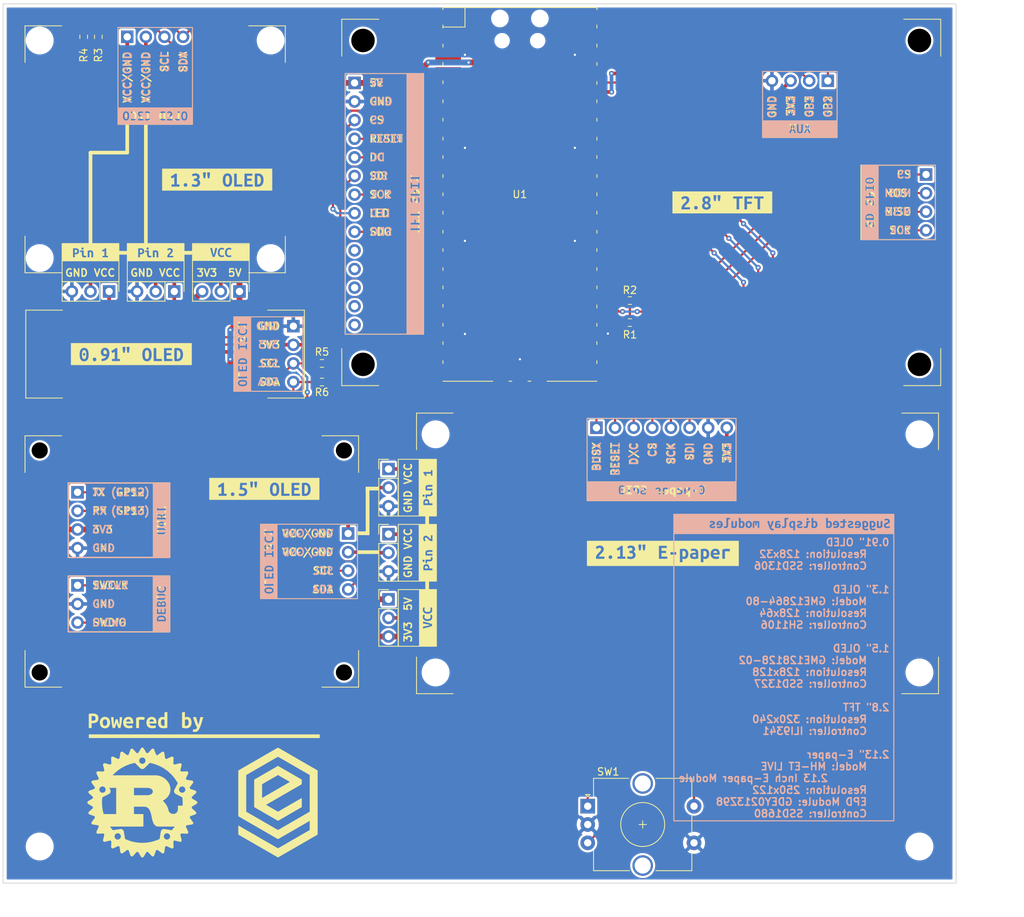
<source format=kicad_pcb>
(kicad_pcb (version 20211014) (generator pcbnew)
  (layers (0 "F.Cu" signal) (31 "B.Cu" signal) (34 "B.Paste" user) (35 "F.Paste" user) (36 "B.SilkS" user "B.Silkscreen") (37 "F.SilkS" user "F.Silkscreen") (38 "B.Mask" user) (39 "F.Mask" user) (44 "Edge.Cuts" user))
  (net 0 "")
  (net 6 "/ENCODER_A")
  (net 8 "/ENCODER_B")
  (net 9 "/ENCODER_SW")
  (net 13 "+3V3")
  (net 14 "GND")
  (net 15 "/EPD_SDI")
  (net 16 "/EPD_SCLK")
  (net 17 "/EPD_~{CS}")
  (net 18 "/EPD_D{slash}~{C}")
  (net 19 "/EPD_~{RESET}")
  (net 20 "/EPD_BUSY")
  (net 21 "/TFT_~{CS}")
  (net 22 "/TFT_~{RESET}")
  (net 23 "/TFT_D{slash}~{C}")
  (net 24 "/TFT_SDI")
  (net 25 "/TFT_SCK")
  (net 26 "/TFT_LED")
  (net 27 "/TFT_SDO")
  (net 28 "Net-(DS3-Pad1)")
  (net 29 "Net-(DS3-Pad2)")
  (net 30 "/I2C0_SCL")
  (net 31 "/I2C0_SDA")
  (net 32 "Net-(DS4-Pad1)")
  (net 33 "Net-(DS4-Pad2)")
  (net 34 "/I2C1_SCL")
  (net 35 "/I2C1_SDA")
  (net 36 "+5V")
  (net 37 "/SD_SCK")
  (net 38 "/SD_MISO")
  (net 39 "/SD_MOSI")
  (net 40 "/SD_~{CS}")
  (net 41 "/UART_TX")
  (net 42 "/UART_RX")
  (net 43 "/DEBUG_SWCLK")
  (net 44 "/DEBUG_SWDIO")
  (net 45 "/AUX_GP2")
  (net 46 "/AUX_GP3")
  (net 47 "Net-(JP1-Pad2)")
  (net 48 "Net-(JP4-Pad2)")
  (footprint "Connector_PinHeader_2.54mm:PinHeader_1x03_P2.54mm_Vertical" (layer "F.Cu") (at 132.25 69.25 -90)
    (fp_text reference "JP1" hide)
    (fp_text value "Jumper_3_Open")
  )
  (footprint "Resistor_SMD:R_0603_1608Metric" (layer "F.Cu") (at 143.5 79.07 180)
    (fp_text reference "R5")
    (fp_text value "DNP")
  )
  (footprint "Connector_PinHeader_2.54mm:PinHeader_1x03_P2.54mm_Vertical" (layer "F.Cu") (at 152.578 93.485)
    (fp_text reference "JP6" hide)
    (fp_text value "Jumper_3_Open")
  )
  (footprint "Resistor_SMD:R_0603_1608Metric" (layer "F.Cu") (at 111 34.5 90)
    (fp_text reference "R4")
    (fp_text value "DNP")
  )
  (footprint "hardware-bench:PinHeader_1x03_P2.54mm_Horizontal_Flipped" (layer "F.Cu") (at 110.16 109.36)
    (fp_text reference "J2" hide)
    (fp_text value "Conn_01x03_Male")
  )
  (footprint "Resistor_SMD:R_0603_1608Metric" (layer "F.Cu") (at 143.5 81.61 180)
    (fp_text reference "R6")
    (fp_text value "DNP")
  )
  (footprint "hardware-bench:Logo_E_G" (layer "F.Cu") (at 137.5 139)
    (fp_text reference "LOGO2" hide)
    (fp_text value "Logo_E_G")
  )
  (footprint "Connector_PinHeader_2.54mm:PinHeader_1x03_P2.54mm_Vertical" (layer "F.Cu") (at 114.47 69.25 -90)
    (fp_text reference "JP2" hide)
    (fp_text value "Jumper_3_Open")
  )
  (footprint "kibuzzard-636EB72B" (layer "F.Cu") (at 135.64 96.194)
    (fp_text reference "kibuzzard-636EB72B" hide)
    (fp_text value "G***" hide)
  )
  (footprint "kibuzzard-636E8BC3" (layer "F.Cu") (at 121.59 111.9 90)
    (fp_text reference "kibuzzard-636E8BC3" hide)
    (fp_text value "G***" hide)
  )
  (footprint "kibuzzard-636E8FDA" (layer "F.Cu") (at 156.205 57.3 90)
    (fp_text reference "kibuzzard-636E8FDA" hide)
    (fp_text value "G***" hide)
  )
  (footprint "kibuzzard-636E8E76" (layer "F.Cu") (at 189.83 96.486)
    (fp_text reference "kibuzzard-636E8E76" hide)
    (fp_text value "G***" hide)
  )
  (footprint "kibuzzard-636E8D2A" (layer "F.Cu") (at 218.19 57.1 90)
    (fp_text reference "kibuzzard-636E8D2A" hide)
    (fp_text value "G***" hide)
  )
  (footprint "kibuzzard-636E8D77" (layer "F.Cu") (at 208.69 47.045)
    (fp_text reference "kibuzzard-636E8D77" hide)
    (fp_text value "G***" hide)
  )
  (footprint "hardware-bench:GME12864-80" (layer "F.Cu") (at 120.75 49.85)
    (fp_text reference "DS3" hide)
    (fp_text value "GME12864-80")
  )
  (footprint "Connector_PinHeader_2.54mm:PinHeader_1x03_P2.54mm_Vertical" (layer "F.Cu") (at 152.578 102.375)
    (fp_text reference "JP5" hide)
    (fp_text value "Jumper_3_Open")
  )
  (footprint "kibuzzard-636E9711" (layer "F.Cu") (at 129.71 63.928)
    (fp_text reference "kibuzzard-636E9711" hide)
    (fp_text value "G***" hide)
  )
  (footprint "hardware-bench:PinHeader_1x04_P2.54mm_Horizontal_Flipped" (layer "F.Cu") (at 212.5 40.5 -90)
    (fp_text reference "J3" hide)
    (fp_text value "Conn_01x04_Male")
  )
  (footprint "kibuzzard-636EB734" (layer "F.Cu") (at 190 105)
    (fp_text reference "kibuzzard-636EB734" hide)
    (fp_text value "G***" hide)
  )
  (footprint "kibuzzard-636E8C97" (layer "F.Cu") (at 120.75 45.295)
    (fp_text reference "kibuzzard-636E8C97" hide)
    (fp_text value "G***" hide)
  )
  (footprint "Connector_PinHeader_2.54mm:PinHeader_1x03_P2.54mm_Vertical" (layer "F.Cu") (at 123.36 69.25 -90)
    (fp_text reference "JP3" hide)
    (fp_text value "Jumper_3_Open")
  )
  (footprint "hardware-bench:PinHeader_1x04_P2.54mm_Horizontal_Flipped" (layer "F.Cu") (at 110.16 96.66)
    (fp_text reference "J1" hide)
    (fp_text value "Conn_01x04_Male")
  )
  (footprint "hardware-bench:Logo_Rust" (layer "F.Cu") (at 119 139)
    (fp_text reference "LOGO1" hide)
    (fp_text value "Logo_Rust")
  )
  (footprint "kibuzzard-636EB73F" (layer "F.Cu") (at 198.115 57.1)
    (fp_text reference "kibuzzard-636EB73F" hide)
    (fp_text value "G***" hide)
  )
  (footprint "hardware-bench:TFT_2.8_240x320" (layer "F.Cu") (at 187.05 57.1)
    (fp_text reference "DS2" hide)
    (fp_text value "TFT_2.8_240x320")
  )
  (footprint "Resistor_SMD:R_0603_1608Metric" (layer "F.Cu") (at 113 34.5 90)
    (fp_text reference "R3")
    (fp_text value "DNP")
  )
  (footprint "kibuzzard-636EB715" (layer "F.Cu") (at 129.21 53.988)
    (fp_text reference "kibuzzard-636EB715" hide)
    (fp_text value "G***" hide)
  )
  (footprint "Resistor_SMD:R_0603_1608Metric" (layer "F.Cu") (at 185.5 73.5)
    (fp_text reference "R1")
    (fp_text value "0")
  )
  (footprint "kibuzzard-636E8B55" (layer "F.Cu") (at 121.59 100.47 90)
    (fp_text reference "kibuzzard-636E8B55" hide)
    (fp_text value "G***" hide)
  )
  (footprint "kibuzzard-636E891A" (layer "F.Cu") (at 132.68 77.8 90)
    (fp_text reference "kibuzzard-636E891A" hide)
    (fp_text value "G***" hide)
  )
  (footprint "kibuzzard-636E891A" (layer "F.Cu") (at 136.275 106.1 90)
    (fp_text reference "kibuzzard-636E891A" hide)
    (fp_text value "G***" hide)
  )
  (footprint "kibuzzard-636E9700" (layer "F.Cu") (at 157.9 104.915 90)
    (fp_text reference "kibuzzard-636E9700" hide)
    (fp_text value "G***" hide)
  )
  (footprint "hardware-bench:EPaper-2.13" (layer "F.Cu") (at 192 105)
    (fp_text reference "DS1" hide)
    (fp_text value "EPaper-2.3")
  )
  (footprint "kibuzzard-636E971C" (layer "F.Cu") (at 111.93 63.928)
    (fp_text reference "kibuzzard-636E971C" hide)
    (fp_text value "G***" hide)
  )
  (footprint "kibuzzard-635BBA92" (layer "F.Cu") (at 119.5 128)
    (fp_text reference "kibuzzard-635BBA92" hide)
    (fp_text value "G***" hide)
  )
  (footprint "kibuzzard-636E9707" (layer "F.Cu") (at 157.9 113.805 90)
    (fp_text reference "kibuzzard-636E9707" hide)
    (fp_text value "G***" hide)
  )
  (footprint "MountingHole:MountingHole_3.2mm_M3" (layer "F.Cu") (at 105 145)
    (fp_text reference "H1" hide)
    (fp_text value "MountingHole" hide)
  )
  (footprint "kibuzzard-636E9726" (layer "F.Cu") (at 120.82 63.928)
    (fp_text reference "kibuzzard-636E9726" hide)
    (fp_text value "G***" hide)
  )
  (footprint "kibuzzard-636EB722" (layer "F.Cu") (at 117.5 77.8)
    (fp_text reference "kibuzzard-636EB722" hide)
    (fp_text value "G***" hide)
  )
  (footprint "Rotary_Encoder:RotaryEncoder_Alps_EC12E-Switch_Vertical_H20mm_CircularMountingHoles" (layer "F.Cu") (at 179.75 139.5)
    (fp_text reference "SW1")
    (fp_text value "RotaryEncoder_Switch")
  )
  (footprint "kibuzzard-636E96FA" (layer "F.Cu") (at 157.9 96.025 90)
    (fp_text reference "kibuzzard-636E96FA" hide)
    (fp_text value "G***" hide)
  )
  (footprint "MountingHole:MountingHole_3.2mm_M3" (layer "F.Cu") (at 225 145)
    (fp_text reference "H2" hide)
    (fp_text value "MountingHole" hide)
  )
  (footprint "hardware-bench:RPi_Pico_SMD" (layer "F.Cu") (at 170.5 56)
    (fp_text reference "U1")
    (fp_text value "Pico")
  )
  (footprint "hardware-bench:GME128128-02" (layer "F.Cu") (at 125.75 106.1 -90)
    (fp_text reference "DS4" hide)
    (fp_text value "GME128128-02")
  )
  (footprint "Connector_PinHeader_2.54mm:PinHeader_1x03_P2.54mm_Vertical" (layer "F.Cu") (at 152.578 111.265)
    (fp_text reference "JP4" hide)
    (fp_text value "Jumper_3_Open")
  )
  (footprint "hardware-bench:OLED_0.91" (layer "F.Cu") (at 122.1 77.8 -90)
    (fp_text reference "DS5" hide)
    (fp_text value "OLED_0.91")
  )
  (footprint "Resistor_SMD:R_0603_1608Metric" (layer "F.Cu") (at 185.5 70.5)
    (fp_text reference "R2")
    (fp_text value "0")
  )
  (footprint "kibuzzard-636E891A" (layer "B.Cu") (at 136.275 106.1 90)
    (fp_text reference "kibuzzard-636E891A" hide)
    (fp_text value "G***" hide)
  )
  (footprint "kibuzzard-636E8B55" (layer "B.Cu") (at 121.59 100.47 90)
    (fp_text reference "kibuzzard-636E8B55" hide)
    (fp_text value "G***" hide)
  )
  (footprint "kibuzzard-636E8C97" (layer "B.Cu") (at 120.75 45.295 180)
    (fp_text reference "kibuzzard-636E8C97" hide)
    (fp_text value "G***" hide)
  )
  (footprint "kibuzzard-636E8FDA" (layer "B.Cu") (at 156.2 57.3 90)
    (fp_text reference "kibuzzard-636E8FDA" hide)
    (fp_text value "G***" hide)
  )
  (footprint "kibuzzard-636E891A" (layer "B.Cu") (at 132.68 77.8 90)
    (fp_text reference "kibuzzard-636E891A" hide)
    (fp_text value "G***" hide)
  )
  (footprint "kibuzzard-636E8D77" (layer "B.Cu") (at 208.69 47.045 180)
    (fp_text reference "kibuzzard-636E8D77" hide)
    (fp_text value "G***" hide)
  )
  (footprint "kibuzzard-636E8E76" (layer "B.Cu") (at 189.83 96.486 180)
    (fp_text reference "kibuzzard-636E8E76" hide)
    (fp_text value "G***" hide)
  )
  (footprint "kibuzzard-636EACB9" (layer "B.Cu") (at 206.5 101 180)
    (fp_text reference "kibuzzard-636EACB9" hide)
    (fp_text value "G***" hide)
  )
  (footprint "kibuzzard-636E8D2A" (layer "B.Cu") (at 218.28 57.1 90)
    (fp_text reference "kibuzzard-636E8D2A" hide)
    (fp_text value "G***" hide)
  )
  (footprint "kibuzzard-636E8BC3" (layer "B.Cu") (at 121.59 111.9 90)
    (fp_text reference "kibuzzard-636E8BC3" hide)
    (fp_text value "G***" hide)
  )
  (gr_rect (start 203.61 39.23) (end 213.77 48.247) (layer "B.SilkS") (width 0.12) (fill none))
  (gr_rect (start 122.733 95.39) (end 108.89 105.55) (layer "B.SilkS") (width 0.15) (fill none))
  (gr_rect (start 179.67 97.8052) (end 199.99 86.58) (layer "B.SilkS") (width 0.12) (fill none))
  (gr_rect (start 115.67 33.23) (end 125.83 46.438) (layer "B.SilkS") (width 0.12) (fill none))
  (gr_rect (start 122.733 95.39) (end 108.89 105.55) (layer "B.SilkS") (width 0.15) (fill none))
  (gr_rect (start 221.5 99.673) (end 191.5 141.5) (layer "B.SilkS") (width 0.15) (fill none))
  (gr_rect (start 227.17 52.02) (end 217.137 62.18) (layer "B.SilkS") (width 0.12) (fill none))
  (gr_rect (start 148.34 101.02) (end 135.132 111.18) (layer "B.SilkS") (width 0.12) (fill none))
  (gr_rect (start 140.87 72.72) (end 131.472 82.88) (layer "B.SilkS") (width 0.12) (fill none))
  (gr_rect (start 122.733 108.09) (end 108.89 115.71) (layer "B.SilkS") (width 0.15) (fill none))
  (gr_rect (start 157.3388 75.08) (end 146.65 39.52) (layer "B.SilkS") (width 0.12) (fill none))
  (gr_rect (start 153.908 109.935) (end 159.111 117.675) (layer "F.SilkS") (width 0.12) (fill none))
  (gr_line (start 116.94 46.373) (end 116.94 50.305) (layer "F.SilkS") (width 0.5))
  (gr_rect (start 149.53 95.958) (end 151.2248 96.346) (layer "F.SilkS") (width 0.12) (fill solid))
  (gr_rect (start 115.67 46.438) (end 125.83 33.23) (layer "F.SilkS") (width 0.12) (fill none))
  (gr_line (start 119.48 46.373) (end 119.48 62.878) (layer "F.SilkS") (width 0.5))
  (gr_rect (start 111.7 129.7) (end 143.2 130.2) (layer "F.SilkS") (width 0) (fill solid))
  (gr_rect (start 115.807 63.782) (end 116.943 64.17) (layer "F.SilkS") (width 0.12) (fill solid))
  (gr_rect (start 125.84 67.92) (end 133.58 62.717) (layer "F.SilkS") (width 0.12) (fill none))
  (gr_rect (start 116.95 67.92) (end 124.69 62.717) (layer "F.SilkS") (width 0.12) (fill none))
  (gr_rect (start 148.387 104.636) (end 151.2248 105.024) (layer "F.SilkS") (width 0.12) (fill solid))
  (gr_line (start 116.94 50.305) (end 111.93 50.305) (layer "F.SilkS") (width 0.5))
  (gr_rect (start 135.132 101.02) (end 148.34 111.18) (layer "F.SilkS") (width 0.12) (fill none))
  (gr_rect (start 203.61 48.247) (end 213.77 39.23) (layer "F.SilkS") (width 0.12) (fill none))
  (gr_rect (start 153.908 92.155) (end 159.111 99.895) (layer "F.SilkS") (width 0.12) (fill none))
  (gr_rect (start 217.01 52.02) (end 227.17 62.18) (layer "F.SilkS") (width 0.12) (fill none))
  (gr_line (start 132.869 82.88) (end 141.0732 82.88) (layer "F.SilkS") (width 0.12))
  (gr_rect (start 179.67 86.58) (end 199.99 97.8052) (layer "F.SilkS") (width 0.12) (fill none))
  (gr_rect (start 108.89 108.09) (end 122.733 115.71) (layer "F.SilkS") (width 0.15) (fill none))
  (gr_rect (start 108.89 95.39) (end 122.733 105.55) (layer "F.SilkS") (width 0.15) (fill none))
  (gr_rect (start 157.3688 39.52) (end 146.68 75.08) (layer "F.SilkS") (width 0.12) (fill none))
  (gr_rect (start 153.908 101.045) (end 159.111 108.785) (layer "F.SilkS") (width 0.12) (fill none))
  (gr_rect (start 131.5228 72.72) (end 141.0732 82.88) (layer "F.SilkS") (width 0.12) (fill none))
  (gr_rect (start 148.387 102.054) (end 149.904 102.442) (layer "F.SilkS") (width 0.12) (fill solid))
  (gr_rect (start 158.046 108.792) (end 157.658 109.928) (layer "F.SilkS") (width 0.12) (fill solid))
  (gr_line (start 111.93 62.995) (end 111.93 50.305) (layer "F.SilkS") (width 0.5))
  (gr_rect (start 124.697 63.782) (end 125.833 64.17) (layer "F.SilkS") (width 0.12) (fill solid))
  (gr_rect (start 149.918 95.972) (end 149.53 102.442) (layer "F.SilkS") (width 0.12) (fill solid))
  (gr_rect (start 158.046 99.902) (end 157.658 101.038) (layer "F.SilkS") (width 0.12) (fill solid))
  (gr_rect (start 108.06 67.92) (end 115.8 62.717) (layer "F.SilkS") (width 0.12) (fill none))
  (gr_rect (start 100 30) (end 230 150) (layer "Edge.Cuts") (width 0.1) (fill none))
  (gr_text "0.91{dblquote} OLED\n    Resolution: 128x32\n    Controller: SSD1306\n\n1.3{dblquote} OLED\n    Model: GME12864-80\n    Resolution: 128x64\n    Controller: SH1106\n\n1.5{dblquote} OLED\n    Model: GME128128-02\n    Resolution: 128x128\n    Controller: SSD1327\n\n2.8{dblquote} TFT\n    Resolution: 320x240\n    Controller: ILI9341\n\n2.13{dblquote} E-paper\n    Model: MH-ET LIVE\n           2.13 Inch E-paper Module\n    Resolution: 250x122\n    EPD Module: GDEY0213Z98\n    Controller: SSD1680" (at 221 122) (layer "B.SilkS") (effects (font (size 1 1) (thickness 0.2)) (justify left mirror)))
  (gr_text "D/C" (at 186.02 89.755 -90) (layer "B.SilkS") (effects (font (size 1 1) (thickness 0.2)) (justify right mirror)))
  (gr_text "3V3" (at 207.42 42.405 -90) (layer "B.SilkS") (effects (font (size 1 1) (thickness 0.2)) (justify right mirror)))
  (gr_text "RESET" (at 149.95 48.41) (layer "B.SilkS") (effects (font (size 1 1) (thickness 0.2)) (justify right mirror)))
  (gr_text "VCC/GND" (at 145.165 102.29) (layer "B.SilkS") (effects (font (size 1 1) (thickness 0.2)) (justify left mirror)))
  (gr_text "SWCLK" (at 112.065 109.36) (layer "B.SilkS") (effects (font (size 1 1) (thickness 0.2)) (justify right mirror)))
  (gr_text "GND" (at 112.065 111.9) (layer "B.SilkS") (effects (font (size 1 1) (thickness 0.2)) (justify right mirror)))
  (gr_text "MOSI" (at 223.995 55.83) (layer "B.SilkS") (effects (font (size 1 1) (thickness 0.2)) (justify left mirror)))
  (gr_text "(GP13)" (at 114.605 99.2) (layer "B.SilkS") (effects (font (size 1 1) (thickness 0.2)) (justify right mirror)))
  (gr_text "BUSY" (at 180.94 89.755 -90) (layer "B.SilkS") (effects (font (size 1 1) (thickness 0.2)) (justify right mirror)))
  (gr_text "LED" (at 149.95 58.57) (layer "B.SilkS") (effects (font (size 1 1) (thickness 0.2)) (justify right mirror)))
  (gr_text "3V3" (at 137.695 76.53) (layer "B.SilkS") (effects (font (size 1 1) (thickness 0.2)) (justify left mirror)))
  (gr_text "TX" (at 112.065 96.66) (layer "B.SilkS") (effects (font (size 1 1) (thickness 0.2)) (justify right mirror)))
  (gr_text "SDI" (at 193.64 89.755 -90) (layer "B.SilkS") (effects (font (size 1 1) (thickness 0.2)) (justify right mirror)))
  (gr_text "SCK" (at 191.1 89.755 -90) (layer "B.SilkS") (effects (font (size 1 1) (thickness 0.2)) (justify right mirror)))
  (gr_text "3V3" (at 198.72 89.755 -90) (layer "B.SilkS") (effects (font (size 1 1) (thickness 0.2)) (justify right mirror)))
  (gr_text "SCK" (at 223.995 60.91) (layer "B.SilkS") (effects (font (size 1 1) (thickness 0.2)) (justify left mirror)))
  (gr_text "GP3" (at 209.96 42.405 -90) (layer "B.SilkS") (effects (font (size 1 1) (thickness 0.2)) (justify right mirror)))
  (gr_text "DC" (at 149.95 50.95) (layer "B.SilkS") (effects (font (size 1 1) (thickness 0.2)) (justify right mirror)))
  (gr_text "RESET" (at 183.48 89.755 -90) (layer "B.SilkS") (effects (font (size 1 1) (thickness 0.2)) (justify right mirror)))
  (gr_text "VCC/GND" (at 116.94 36.405 -90) (layer "B.SilkS") (effects (font (size 1 1) (thickness 0.2)) (justify right mirror)))
  (gr_text "(GP12)" (at 114.605 96.66) (layer "B.SilkS") (effects (font (size 1 1) (thickness 0.2)) (justify right mirror)))
  (gr_text "SDA" (at 124.56 36.405 -90) (layer "B.SilkS") (effects (font (size 1 1) (thickness 0.2)) (justify right mirror)))
  (gr_text "CS" (at 223.995 53.29) (layer "B.SilkS") (effects (font (size 1 1) (thickness 0.2)) (justify left mirror)))
  (gr_text "5V" (at 149.95 40.79) (layer "B.SilkS") (effects (font (size 1 1) (thickness 0.2)) (justify right mirror)))
  (gr_text "SDO" (at 149.95 61.11) (layer "B.SilkS") (effects (font (size 1 1) (thickness 0.2)) (justify right mirror)))
  (gr_text "GP2" (at 212.5 42.405 -90) (layer "B.SilkS") (effects (font (size 1 1) (thickness 0.2)) (justify right mirror)))
  (gr_text "VCC/GND" (at 119.48 36.405 -90) (layer "B.SilkS") (effects (font (size 1 1) (thickness 0.2)) (justify right mirror)))
  (gr_text "GND" (at 149.95 43.33) (layer "B.SilkS") (effects (font (size 1 1) (thickness 0.2)) (justify right mirror)))
  (gr_text "SDA" (at 145.165 109.91) (layer "B.SilkS") (effects (font (size 1 1) (thickness 0.2)) (justify left mirror)))
  (gr_text "CS" (at 188.56 89.755 -90) (layer "B.SilkS") (effects (font (size 1 1) (thickness 0.2)) (justify right mirror)))
  (gr_text "SCL" (at 122.02 36.405 -90) (layer "B.SilkS") (effects (font (size 1 1) (thickness 0.2)) (justify right mirror)))
  (gr_text "SWDIO" (at 112.065 114.44) (layer "B.SilkS") (effects (font (size 1 1) (thickness 0.2)) (justify right mirror)))
  (gr_text "SDI" (at 149.95 53.49) (layer "B.SilkS") (effects (font (size 1 1) (thickness 0.2)) (justify right mirror)))
  (gr_text "SCK" (at 149.95 56.03) (layer "B.SilkS") (effects (font (size 1 1) (thickness 0.2)) (justify right mirror)))
  (gr_text "GND" (at 204.88 42.405 -90) (layer "B.SilkS") (effects (font (size 1 1) (thickness 0.2)) (justify right mirror)))
  (gr_text "GND" (at 137.695 73.99) (layer "B.SilkS") (effects (font (size 1 1) (thickness 0.2)) (justify left mirror)))
  (gr_text "MISO" (at 223.995 58.37) (layer "B.SilkS") (effects (font (size 1 1) (thickness 0.2)) (justify left mirror)))
  (gr_text "GND" (at 112.065 104.28) (layer "B.SilkS") (effects (font (size 1 1) (thickness 0.2)) (justify right mirror)))
  (gr_text "3V3" (at 112.065 101.74) (layer "B.SilkS") (effects (font (size 1 1) (thickness 0.2)) (justify right mirror)))
  (gr_text "SCL" (at 145.165 107.37) (layer "B.SilkS") (effects (font (size 1 1) (thickness 0.2)) (justify left mirror)))
  (gr_text "GND" (at 196.18 89.755 -90) (layer "B.SilkS") (effects (font (size 1 1) (thickness 0.2)) (justify right mirror)))
  (gr_text "CS" (at 149.95 45.87) (layer "B.SilkS") (effects (font (size 1 1) (thickness 0.2)) (justify right mirror)))
  (gr_text "SCL" (at 137.695 79.07) (layer "B.SilkS") (effects (font (size 1 1) (thickness 0.2)) (justify left mirror)))
  (gr_text "RX" (at 112.065 99.2) (layer "B.SilkS") (effects (font (size 1 1) (thickness 0.2)) (justify right mirror)))
  (gr_text "VCC/GND" (at 145.165 104.83) (layer "B.SilkS") (effects (font (size 1 1) (thickness 0.2)) (justify left mirror)))
  (gr_text "SDA" (at 137.695 81.61) (layer "B.SilkS") (effects (font (size 1 1) (thickness 0.2)) (justify left mirror)))
  (gr_text "(GP12)" (at 114.605 96.66) (layer "F.SilkS") (effects (font (size 1 1) (thickness 0.2)) (justify left)))
  (gr_text "MISO" (at 223.995 58.37) (layer "F.SilkS") (effects (font (size 1 1) (thickness 0.2)) (justify right)))
  (gr_text "BUSY" (at 180.94 89.755 90) (layer "F.SilkS") (effects (font (size 1 1) (thickness 0.2)) (justify right)))
  (gr_text "GP3" (at 209.96 42.405 90) (layer "F.SilkS") (effects (font (size 1 1) (thickness 0.2)) (justify right)))
  (gr_text "MOSI" (at 223.995 55.83) (layer "F.SilkS") (effects (font (size 1 1) (thickness 0.2)) (justify right)))
  (gr_text "GND" (at 112.065 104.28) (layer "F.SilkS") (effects (font (size 1 1) (thickness 0.2)) (justify left)))
  (gr_text "GND" (at 110.025 66.71) (layer "F.SilkS") (effects (font (size 1 1) (thickness 0.2))))
  (gr_text "SCK" (at 223.995 60.91) (layer "F.SilkS") (effects (font (size 1 1) (thickness 0.2)) (justify right)))
  (gr_text "GND" (at 112.065 111.9) (layer "F.SilkS") (effects (font (size 1 1) (thickness 0.2)) (justify left)))
  (gr_text "SCL" (at 122.02 36.405 90) (layer "F.SilkS") (effects (font (size 1 1) (thickness 0.2)) (justify right)))
  (gr_text "TX" (at 112.065 96.66) (layer "F.SilkS") (effects (font (size 1 1) (thickness 0.2)) (justify left)))
  (gr_text "SDI" (at 193.64 89.755 90) (layer "F.SilkS") (effects (font (size 1 1) (thickness 0.2)) (justify right)))
  (gr_text "VCC" (at 155.245 94.12 90) (layer "F.SilkS") (effects (font (size 1 1) (thickness 0.2))))
  (gr_text "VCC/GND" (at 145.165 102.29) (layer "F.SilkS") (effects (font (size 1 1) (thickness 0.2)) (justify right)))
  (gr_text "GP2" (at 212.5 42.405 90) (layer "F.SilkS") (effects (font (size 1 1) (thickness 0.2)) (justify right)))
  (gr_text "VCC/GND" (at 119.48 36.405 90) (layer "F.SilkS") (effects (font (size 1 1) (thickness 0.2)) (justify right)))
  (gr_text "GND" (at 155.245 97.93 90) (layer "F.SilkS") (effects (font (size 1 1) (thickness 0.2))))
  (gr_text "DC" (at 149.855 50.95) (layer "F.SilkS") (effects (font (size 1 1) (thickness 0.2)) (justify left)))
  (gr_text "GND" (at 155.245 106.82 90) (layer "F.SilkS") (effects (font (size 1 1) (thickness 0.2))))
  (gr_text "VCC" (at 122.725 66.71) (layer "F.SilkS") (effects (font (size 1 1) (thickness 0.2))))
  (gr_text "RESET" (at 183.48 89.755 90) (layer "F.SilkS") (effects (font (size 1 1) (thickness 0.2)) (justify right)))
  (gr_text "SDA" (at 124.56 36.405 90) (layer "F.SilkS") (effects (font (size 1 1) (thickness 0.2)) (justify right)))
  (gr_text "VCC" (at 113.835 66.71) (layer "F.SilkS") (effects (font (size 1 1) (thickness 0.2))))
  (gr_text "GND" (at 118.915 66.71) (layer "F.SilkS") (effects (font (size 1 1) (thickness 0.2))))
  (gr_text "5V" (at 155.245 111.9 90) (layer "F.SilkS") (effects (font (size 1 1) (thickness 0.2))))
  (gr_text "SDI" (at 149.855 53.49) (layer "F.SilkS") (effects (font (size 1 1) (thickness 0.2)) (justify left)))
  (gr_text "CS" (at 188.56 89.755 90) (layer "F.SilkS") (effects (font (size 1 1) (thickness 0.2)) (justify right)))
  (gr_text "GND" (at 196.18 89.755 90) (layer "F.SilkS") (effects (font (size 1 1) (thickness 0.2)) (justify right)))
  (gr_text "3V3" (at 137.8982 76.53) (layer "F.SilkS") (effects (font (size 1 1) (thickness 0.2)) (justify right)))
  (gr_text "(GP13)" (at 114.605 99.2) (layer "F.SilkS") (effects (font (size 1 1) (thickness 0.2)) (justify left)))
  (gr_text "LED" (at 149.855 58.57) (layer "F.SilkS") (effects (font (size 1 1) (thickness 0.2)) (justify left)))
  (gr_text "3V3" (at 198.72 89.755 90) (layer "F.SilkS") (effects (font (size 1 1) (thickness 0.2)) (justify right)))
  (gr_text "GND" (at 137.8982 73.99) (layer "F.SilkS") (effects (font (size 1 1) (thickness 0.2)) (justify right)))
  (gr_text "SWCLK" (at 112.065 109.36) (layer "F.SilkS") (effects (font (size 1 1) (thickness 0.2)) (justify left)))
  (gr_text "RESET" (at 149.855 48.41) (layer "F.SilkS") (effects (font (size 1 1) (thickness 0.2)) (justify left)))
  (gr_text "SWDIO" (at 112.065 114.44) (layer "F.SilkS") (effects (font (size 1 1) (thickness 0.2)) (justify left)))
  (gr_text "SCL" (at 145.165 107.37) (layer "F.SilkS") (effects (font (size 1 1) (thickness 0.2)) (justify right)))
  (gr_text "5V" (at 131.615 66.71) (layer "F.SilkS") (effects (font (size 1 1) (thickness 0.2))))
  (gr_text "5V" (at 149.855 40.79) (layer "F.SilkS") (effects (font (size 1 1) (thickness 0.2)) (justify left)))
  (gr_text "RX" (at 112.065 99.2) (layer "F.SilkS") (effects (font (size 1 1) (thickness 0.2)) (justify left)))
  (gr_text "VCC/GND" (at 145.165 104.83) (layer "F.SilkS") (effects (font (size 1 1) (thickness 0.2)) (justify right)))
  (gr_text "3V3" (at 207.42 42.405 90) (layer "F.SilkS") (effects (font (size 1 1) (thickness 0.2)) (justify right)))
  (gr_text "3V3" (at 155.245 115.71 90) (layer "F.SilkS") (effects (font (size 1 1) (thickness 0.2))))
  (gr_text "3V3" (at 127.805 66.71) (layer "F.SilkS") (effects (font (size 1 1) (thickness 0.2))))
  (gr_text "GND" (at 149.855 43.33) (layer "F.SilkS") (effects (font (size 1 1) (thickness 0.2)) (justify left)))
  (gr_text "CS" (at 223.995 53.29) (layer "F.SilkS") (effects (font (size 1 1) (thickness 0.2)) (justify right)))
  (gr_text "D/C" (at 186.02 89.755 90) (layer "F.SilkS") (effects (font (size 1 1) (thickness 0.2)) (justify right)))
  (gr_text "VCC/GND" (at 116.94 36.405 90) (layer "F.SilkS") (effects (font (size 1 1) (thickness 0.2)) (justify right)))
  (gr_text "SCK" (at 191.1 89.755 90) (layer "F.SilkS") (effects (font (size 1 1) (thickness 0.2)) (justify right)))
  (gr_text "SDA" (at 145.165 109.91) (layer "F.SilkS") (effects (font (size 1 1) (thickness 0.2)) (justify right)))
  (gr_text "3V3" (at 112.065 101.74) (layer "F.SilkS") (effects (font (size 1 1) (thickness 0.2)) (justify left)))
  (gr_text "SDO" (at 149.855 61.11) (layer "F.SilkS") (effects (font (size 1 1) (thickness 0.2)) (justify left)))
  (gr_text "SCL" (at 137.8982 79.07) (layer "F.SilkS") (effects (font (size 1 1) (thickness 0.2)) (justify right)))
  (gr_text "CS" (at 149.855 45.87) (layer "F.SilkS") (effects (font (size 1 1) (thickness 0.2)) (justify left)))
  (gr_text "GND" (at 204.88 42.405 90) (layer "F.SilkS") (effects (font (size 1 1) (thickness 0.2)) (justify right)))
  (gr_text "VCC" (at 155.245 103.01 90) (layer "F.SilkS") (effects (font (size 1 1) (thickness 0.2))))
  (gr_text "SDA" (at 137.8982 81.61) (layer "F.SilkS") (effects (font (size 1 1) (thickness 0.2)) (justify right)))
  (gr_text "SCK" (at 149.855 56.03) (layer "F.SilkS") (effects (font (size 1 1) (thickness 0.2)) (justify left)))
  (segment (start 201 100.5) (end 201 68) (width 0.3) (layer "F.Cu") (net 6))
  (segment (start 179.75 121.75) (end 201 100.5) (width 0.3) (layer "F.Cu") (net 6))
  (segment (start 187.73 54.73) (end 179.39 54.73) (width 0.3) (layer "F.Cu") (net 6))
  (segment (start 179.75 139.5) (end 179.75 121.75) (width 0.3) (layer "F.Cu") (net 6))
  (segment (start 197 64) (end 187.73 54.73) (width 0.3) (layer "F.Cu") (net 6))
  (via (at 197 64) (size 0.7) (drill 0.3) (layers "F.Cu" "B.Cu") (net 6))
  (via (at 201 68) (size 0.7) (drill 0.3) (layers "F.Cu" "B.Cu") (net 6))
  (segment (start 201 68) (end 197 64) (width 0.3) (layer "B.Cu") (net 6))
  (segment (start 203 102) (end 203 66) (width 0.3) (layer "F.Cu") (net 8))
  (segment (start 189.19 52.19) (end 179.39 52.19) (width 0.3) (layer "F.Cu") (net 8))
  (segment (start 182 123) (end 203 102) (width 0.3) (layer "F.Cu") (net 8))
  (segment (start 182 142.25) (end 182 123) (width 0.3) (layer "F.Cu") (net 8))
  (segment (start 199 62) (end 189.19 52.19) (width 0.3) (layer "F.Cu") (net 8))
  (segment (start 179.75 144.5) (end 182 142.25) (width 0.3) (layer "F.Cu") (net 8))
  (via (at 199 62) (size 0.7) (drill 0.3) (layers "F.Cu" "B.Cu") (net 8))
  (via (at 203 66) (size 0.7) (drill 0.3) (layers "F.Cu" "B.Cu") (net 8))
  (segment (start 203 66) (end 199 62) (width 0.3) (layer "B.Cu") (net 8))
  (segment (start 205 103) (end 194.25 113.75) (width 0.3) (layer "F.Cu") (net 9))
  (segment (start 188.11 47.11) (end 179.39 47.11) (width 0.3) (layer "F.Cu") (net 9))
  (segment (start 201 60) (end 188.11 47.11) (width 0.3) (layer "F.Cu") (net 9))
  (segment (start 194.25 113.75) (end 194.25 139.5) (width 0.3) (layer "F.Cu") (net 9))
  (segment (start 205 64) (end 205 103) (width 0.3) (layer "F.Cu") (net 9))
  (via (at 205 64) (size 0.7) (drill 0.3) (layers "F.Cu" "B.Cu") (net 9))
  (via (at 201 60) (size 0.7) (drill 0.3) (layers "F.Cu" "B.Cu") (net 9))
  (segment (start 205 64) (end 201 60) (width 0.3) (layer "B.Cu") (net 9))
  (segment (start 108.76 101.74) (end 110.16 101.74) (width 0.8) (layer "F.Cu") (net 13))
  (segment (start 107.5 73) (end 107.5 40.5) (width 0.8) (layer "F.Cu") (net 13))
  (segment (start 144.325 77.825) (end 143.03 76.53) (width 0.5) (layer "F.Cu") (net 13))
  (segment (start 127.5 79.5) (end 129.5 77.5) (width 0.5) (layer "F.Cu") (net 13))
  (segment (start 172.5 76) (end 165.5 76) (width 0.5) (layer "F.Cu") (net 13))
  (segment (start 144.325 81.61) (end 144.325 79.07) (width 0.5) (layer "F.Cu") (net 13))
  (segment (start 205.42 42.5) (end 207.42 40.5) (width 0.5) (layer "F.Cu") (net 13))
  (segment (start 107.5 73) (end 123.42 73) (width 0.8) (layer "F.Cu") (net 13))
  (segment (start 179.39 42.03) (end 183 42.03) (width 0.5) (layer "F.Cu") (net 13))
  (segment (start 123.42 73) (end 127.17 69.25) (width 0.8) (layer "F.Cu") (net 13))
  (segment (start 127.5 103) (end 127.5 79.5) (width 0.5) (layer "F.Cu") (net 13))
  (segment (start 120.24 101.74) (end 110.16 101.74) (width 0.8) (layer "F.Cu") (net 13))
  (segment (start 198.72 90.28) (end 198.72 87.85) (width 0.5) (layer "F.Cu") (net 13))
  (segment (start 183 39.5) (end 198.5 39.5) (width 0.5) (layer "F.Cu") (net 13))
  (segment (start 165.5 111.5) (end 165.5 76) (width 0.8) (layer "F.Cu") (net 13))
  (segment (start 198.5 39.5) (end 201.5 42.5) (width 0.5) (layer "F.Cu") (net 13))
  (segment (start 111 37) (end 111 35.325) (width 0.5) (layer "F.Cu") (net 13))
  (segment (start 196.5 92.5) (end 198.72 90.28) (width 0.5) (layer "F.Cu") (net 13))
  (segment (start 124.5 106) (end 120.24 101.74) (width 0.8) (layer "F.Cu") (net 13))
  (segment (start 124.5 106) (end 127.5 103) (width 0.5) (layer "F.Cu") (net 13))
  (segment (start 111 35.325) (end 113 35.325) (width 0.5) (layer "F.Cu") (net 13))
  (segment (start 176.97 42.03) (end 179.39 42.03) (width 0.8) (layer "F.Cu") (net 13))
  (segment (start 129.5 77.5) (end 136 77.5) (width 0.5) (layer "F.Cu") (net 13))
  (segment (start 160.655 116.345) (end 165.5 111.5) (width 0.8) (layer "F.Cu") (net 13))
  (segment (start 172.5 76) (end 174.5 78) (width 0.5) (layer "F.Cu") (net 13))
  (segment (start 152.578 116.345) (end 160.655 116.345) (width 0.8) (layer "F.Cu") (net 13))
  (segment (start 136.97 76.53) (end 139.6 76.53) (width 0.5) (layer "F.Cu") (net 13))
  (segment (start 107.5 73) (end 107.5 100.48) (width 0.8) (layer "F.Cu") (net 13))
  (segment (start 152.578 116.345) (end 134.845 116.345) (width 0.8) (layer "F.Cu") (net 13))
  (segment (start 165.5 76) (end 165.5 53.5) (width 0.8) (layer "F.Cu") (net 13))
  (segment (start 174.5 89) (end 178 92.5) (width 0.5) (layer "F.Cu") (net 13))
  (segment (start 134.845 116.345) (end 124.5 106) (width 0.8) (layer "F.Cu") (net 13))
  (segment (start 144.325 79.07) (end 144.325 77.825) (width 0.5) (layer "F.Cu") (net 13))
  (segment (start 143.03 76.53) (end 139.6 76.53) (width 0.5) (layer "F.Cu") (net 13))
  (segment (start 107.5 100.48) (end 108.76 101.74) (width 0.8) (layer "F.Cu") (net 13))
  (segment (start 107.5 40.5) (end 111 37) (width 0.8) (layer "F.Cu") (net 13))
  (segment (start 174.5 78) (end 174.5 89) (width 0.5) (layer "F.Cu") (net 13))
  (segment (start 201.5 42.5) (end 205.42 42.5) (width 0.5) (layer "F.Cu") (net 13))
  (segment (start 178 92.5) (end 196.5 92.5) (width 0.5) (layer "F.Cu") (net 13))
  (segment (start 165.5 53.5) (end 176.97 42.03) (width 0.8) (layer "F.Cu") (net 13))
  (segment (start 136 77.5) (end 136.97 76.53) (width 0.5) (layer "F.Cu") (net 13))
  (via (at 183 39.5) (size 0.7) (drill 0.3) (layers "F.Cu" "B.Cu") (net 13))
  (via (at 183 42.03) (size 0.7) (drill 0.3) (layers "F.Cu" "B.Cu") (net 13))
  (segment (start 183 42.03) (end 183 39.5) (width 0.5) (layer "B.Cu") (net 13))
  (segment (start 170.5 78.51) (end 170.5 79.9) (width 0.5) (layer "F.Cu") (net 14))
  (segment (start 182.5 75) (end 179.39 75.05) (width 0.5) (layer "F.Cu") (net 14))
  (segment (start 163 36.95) (end 161.61 36.95) (width 0.5) (layer "F.Cu") (net 14))
  (segment (start 178 62.35) (end 179.39 62.35) (width 0.5) (layer "F.Cu") (net 14))
  (segment (start 163 75.05) (end 161.61 75.05) (width 0.5) (layer "F.Cu") (net 14))
  (segment (start 163 49.65) (end 161.61 49.65) (width 0.5) (layer "F.Cu") (net 14))
  (segment (start 178 36.95) (end 179.39 36.95) (width 0.5) (layer "F.Cu") (net 14))
  (segment (start 178 49.65) (end 179.39 49.65) (width 0.5) (layer "F.Cu") (net 14))
  (segment (start 163 62.35) (end 161.61 62.35) (width 0.5) (layer "F.Cu") (net 14))
  (via (at 178 36.95) (size 0.7) (drill 0.3) (layers "F.Cu" "B.Cu") (net 14))
  (via (at 163 62.35) (size 0.7) (drill 0.3) (layers "F.Cu" "B.Cu") (net 14))
  (via (at 163 49.65) (size 0.7) (drill 0.3) (layers "F.Cu" "B.Cu") (net 14))
  (via (at 182.5 75) (size 0.7) (drill 0.3) (layers "F.Cu" "B.Cu") (net 14))
  (via (at 170.5 78.51) (size 0.7) (drill 0.3) (layers "F.Cu" "B.Cu") (net 14))
  (via (at 178 62.35) (size 0.7) (drill 0.3) (layers "F.Cu" "B.Cu") (net 14))
  (via (at 163 36.95) (size 0.7) (drill 0.3) (layers "F.Cu" "B.Cu") (net 14))
  (via (at 163 75.05) (size 0.7) (drill 0.3) (layers "F.Cu" "B.Cu") (net 14))
  (via (at 178 49.65) (size 0.7) (drill 0.3) (layers "F.Cu" "B.Cu") (net 14))
  (segment (start 184 70.5) (end 183.47 69.97) (width 0.3) (layer "F.Cu") (net 15))
  (segment (start 184.675 70.5) (end 185.5 71.325) (width 0.3) (layer "F.Cu") (net 15))
  (segment (start 185.5 74.5) (end 193.64 82.64) (width 0.3) (layer "F.Cu") (net 15))
  (segment (start 179.39 69.97) (end 183.47 69.97) (width 0.3) (layer "F.Cu") (net 15))
  (segment (start 193.64 82.64) (end 193.64 87.85) (width 0.3) (layer "F.Cu") (net 15))
  (segment (start 185.5 71.325) (end 185.5 74.5) (width 0.3) (layer "F.Cu") (net 15))
  (segment (start 184.675 70.5) (end 184 70.5) (width 0.3) (layer "F.Cu") (net 15))
  (segment (start 191.1 82.6) (end 191.1 87.85) (width 0.3) (layer "F.Cu") (net 16))
  (segment (start 184.675 73.5) (end 184.675 76.175) (width 0.3) (layer "F.Cu") (net 16))
  (segment (start 184.675 73.5) (end 183.98 73.5) (width 0.3) (layer "F.Cu") (net 16))
  (segment (start 183.98 73.5) (end 182.99 72.51) (width 0.3) (layer "F.Cu") (net 16))
  (segment (start 179.39 72.51) (end 182.99 72.51) (width 0.3) (layer "F.Cu") (net 16))
  (segment (start 184.675 76.175) (end 191.1 82.6) (width 0.3) (layer "F.Cu") (net 16))
  (segment (start 188.56 82.56) (end 188.56 87.85) (width 0.3) (layer "F.Cu") (net 17))
  (segment (start 179.39 77.59) (end 183.59 77.59) (width 0.3) (layer "F.Cu") (net 17))
  (segment (start 183.59 77.59) (end 188.56 82.56) (width 0.3) (layer "F.Cu") (net 17))
  (segment (start 186.02 87.85) (end 186.02 86.02) (width 0.3) (layer "F.Cu") (net 18))
  (segment (start 186.02 86.02) (end 183 83) (width 0.3) (layer "F.Cu") (net 18))
  (segment (start 178.07 67.43) (end 179.39 67.43) (width 0.3) (layer "F.Cu") (net 18))
  (segment (start 183 83) (end 178.63 83) (width 0.3) (layer "F.Cu") (net 18))
  (segment (start 177 81.37) (end 177 68.5) (width 0.3) (layer "F.Cu") (net 18))
  (segment (start 178.63 83) (end 177 81.37) (width 0.3) (layer "F.Cu") (net 18))
  (segment (start 177 68.5) (end 178.07 67.43) (width 0.3) (layer "F.Cu") (net 18))
  (segment (start 178 84) (end 176.2 82.2) (width 0.3) (layer "F.Cu") (net 19))
  (segment (start 183.48 85.98) (end 181.5 84) (width 0.3) (layer "F.Cu") (net 19))
  (segment (start 181.5 84) (end 178 84) (width 0.3) (layer "F.Cu") (net 19))
  (segment (start 176.2 66.8) (end 178.11 64.89) (width 0.3) (layer "F.Cu") (net 19))
  (segment (start 176.2 82.2) (end 176.2 66.8) (width 0.3) (layer "F.Cu") (net 19))
  (segment (start 183.48 87.85) (end 183.48 85.98) (width 0.3) (layer "F.Cu") (net 19))
  (segment (start 178.11 64.89) (end 179.39 64.89) (width 0.3) (layer "F.Cu") (net 19))
  (segment (start 175.4 82.9) (end 175.4 62.6) (width 0.3) (layer "F.Cu") (net 20))
  (segment (start 180.94 85.94) (end 180 85) (width 0.3) (layer "F.Cu") (net 20))
  (segment (start 178.19 59.81) (end 179.39 59.81) (width 0.3) (layer "F.Cu") (net 20))
  (segment (start 177.5 85) (end 175.4 82.9) (width 0.3) (layer "F.Cu") (net 20))
  (segment (start 175.4 62.6) (end 178.19 59.81) (width 0.3) (layer "F.Cu") (net 20))
  (segment (start 180 85) (end 177.5 85) (width 0.3) (layer "F.Cu") (net 20))
  (segment (start 180.94 87.85) (end 180.94 85.94) (width 0.3) (layer "F.Cu") (net 20))
  (segment (start 146 51.5) (end 146 47.82) (width 0.3) (layer "F.Cu") (net 21))
  (segment (start 146.7 52.2) (end 146 51.5) (width 0.3) (layer "F.Cu") (net 21))
  (segment (start 161.61 59.81) (end 158.31 59.81) (width 0.3) (layer "F.Cu") (net 21))
  (segment (start 146 47.82) (end 147.95 45.87) (width 0.3) (layer "F.Cu") (net 21))
  (segment (start 158.31 59.81) (end 150.7 52.2) (width 0.3) (layer "F.Cu") (net 21))
  (segment (start 150.7 52.2) (end 146.7 52.2) (width 0.3) (layer "F.Cu") (net 21))
  (segment (start 161.61 52.19) (end 156.69 52.19) (width 0.3) (layer "F.Cu") (net 22))
  (segment (start 156.69 52.19) (end 152.91 48.41) (width 0.3) (layer "F.Cu") (net 22))
  (segment (start 152.91 48.41) (end 147.95 48.41) (width 0.3) (layer "F.Cu") (net 22))
  (segment (start 152.45 50.95) (end 147.95 50.95) (width 0.3) (layer "F.Cu") (net 23))
  (segment (start 161.61 54.73) (end 156.23 54.73) (width 0.3) (layer "F.Cu") (net 23))
  (segment (start 156.23 54.73) (end 152.45 50.95) (width 0.3) (layer "F.Cu") (net 23))
  (segment (start 161.61 67.43) (end 154.93 67.43) (width 0.3) (layer "F.Cu") (net 24))
  (segment (start 149.86 62.36) (end 146.86 62.36) (width 0.3) (layer "F.Cu") (net 24))
  (segment (start 146.86 62.36) (end 146 61.5) (width 0.3) (layer "F.Cu") (net 24))
  (segment (start 154.93 67.43) (end 149.86 62.36) (width 0.3) (layer "F.Cu") (net 24))
  (segment (start 146 61.5) (end 146 55.44) (width 0.3) (layer "F.Cu") (net 24))
  (segment (start 146 55.44) (end 147.95 53.49) (width 0.3) (layer "F.Cu") (net 24))
  (segment (start 149.53 56.03) (end 158.39 64.89) (width 0.3) (layer "F.Cu") (net 25))
  (segment (start 147.95 56.03) (end 149.53 56.03) (width 0.3) (layer "F.Cu") (net 25))
  (segment (start 158.39 64.89) (end 161.61 64.89) (width 0.3) (layer "F.Cu") (net 25))
  (segment (start 145 58) (end 145 46.5) (width 0.3) (layer "F.Cu") (net 26))
  (segment (start 145 46.5) (end 146.92 44.58) (width 0.3) (layer "F.Cu") (net 26))
  (segment (start 161.6 44.58) (end 161.61 44.57) (width 0.3) (layer "F.Cu") (net 26))
  (segment (start 146.92 44.58) (end 161.6 44.58) (width 0.3) (layer "F.Cu") (net 26))
  (via (at 145 58) (size 0.7) (drill 0.3) (layers "F.Cu" "B.Cu") (net 26))
  (segment (start 145.57 58.57) (end 145 58) (width 0.3) (layer "B.Cu") (net 26))
  (segment (start 147.95 58.57) (end 145.57 58.57) (width 0.3) (layer "B.Cu") (net 26))
  (segment (start 147.95 61.11) (end 151.61 61.11) (width 0.3) (layer "F.Cu") (net 27))
  (segment (start 164 65) (end 164 58.5) (width 0.3) (layer "F.Cu") (net 27))
  (segment (start 161.61 57.27) (end 162.77 57.27) (width 0.3) (layer "F.Cu") (net 27))
  (segment (start 151.61 61.11) (end 156.64 66.14) (width 0.3) (layer "F.Cu") (net 27))
  (segment (start 156.64 66.14) (end 162.86 66.14) (width 0.3) (layer "F.Cu") (net 27))
  (segment (start 162.86 66.14) (end 164 65) (width 0.3) (layer "F.Cu") (net 27))
  (segment (start 162.77 57.27) (end 164 58.5) (width 0.3) (layer "F.Cu") (net 27))
  (segment (start 116.94 34.5) (end 116.94 59.16) (width 0.5) (layer "F.Cu") (net 28))
  (segment (start 116.94 59.16) (end 111.93 64.17) (width 0.5) (layer "F.Cu") (net 28))
  (segment (start 111.93 64.17) (end 111.93 69.25) (width 0.5) (layer "F.Cu") (net 28))
  (segment (start 119.48 34.5) (end 119.48 59.02) (width 0.5) (layer "F.Cu") (net 29))
  (segment (start 120.82 60.36) (end 120.82 64.17) (width 0.5) (layer "F.Cu") (net 29))
  (segment (start 120.82 64.17) (end 120.82 69.25) (width 0.5) (layer "F.Cu") (net 29))
  (segment (start 119.48 59.02) (end 120.82 60.36) (width 0.5) (layer "F.Cu") (net 29))
  (segment (start 161.61 34.41) (end 157.59 34.41) (width 0.3) (layer "F.Cu") (net 30))
  (segment (start 154 38) (end 125.52 38) (width 0.3) (layer "F.Cu") (net 30))
  (segment (start 125.52 38) (end 122.02 34.5) (width 0.3) (layer "F.Cu") (net 30))
  (segment (start 113 33) (end 113.5 32.5) (width 0.3) (layer "F.Cu") (net 30))
  (segment (start 113 33.675) (end 113 33) (width 0.3) (layer "F.Cu") (net 30))
  (segment (start 120.02 32.5) (end 122.02 34.5) (width 0.3) (layer "F.Cu") (net 30))
  (segment (start 113.5 32.5) (end 120.02 32.5) (width 0.3) (layer "F.Cu") (net 30))
  (segment (start 157.59 34.41) (end 154 38) (width 0.3) (layer "F.Cu") (net 30))
  (segment (start 161.61 31.87) (end 127.19 31.87) (width 0.3) (layer "F.Cu") (net 31))
  (segment (start 112.5 31.5) (end 121.56 31.5) (width 0.3) (layer "F.Cu") (net 31))
  (segment (start 127.19 31.87) (end 124.56 34.5) (width 0.3) (layer "F.Cu") (net 31))
  (segment (start 111 33) (end 112.5 31.5) (width 0.3) (layer "F.Cu") (net 31))
  (segment (start 111 33.675) (end 111 33) (width 0.3) (layer "F.Cu") (net 31))
  (segment (start 121.56 31.5) (end 124.56 34.5) (width 0.3) (layer "F.Cu") (net 31))
  (segment (start 147.07 99.93) (end 147.07 102.29) (width 0.5) (layer "F.Cu") (net 32))
  (segment (start 150.975 96.025) (end 147.07 99.93) (width 0.5) (layer "F.Cu") (net 32))
  (segment (start 152.578 96.025) (end 150.975 96.025) (width 0.5) (layer "F.Cu") (net 32))
  (segment (start 151.315 104.915) (end 151.23 104.83) (width 0.5) (layer "F.Cu") (net 33))
  (segment (start 152.578 104.915) (end 151.315 104.915) (width 0.5) (layer "F.Cu") (net 33))
  (segment (start 147.07 104.83) (end 151.23 104.83) (width 0.5) (layer "F.Cu") (net 33))
  (segment (start 143.5 86.5) (end 141.5 84.5) (width 0.3) (layer "F.Cu") (net 34))
  (segment (start 152 86.5) (end 147 86.5) (width 0.3) (layer "F.Cu") (net 34))
  (segment (start 161.61 80.13) (end 158.37 80.13) (width 0.3) (layer "F.Cu") (net 34))
  (segment (start 137.5 81.17) (end 139.6 79.07) (width 0.3) (layer "F.Cu") (net 34))
  (segment (start 147 86.5) (end 143.5 86.5) (width 0.3) (layer "F.Cu") (net 34))
  (segment (start 147.07 107.37) (end 144.37 107.37) (width 0.3) (layer "F.Cu") (net 34))
  (segment (start 158.37 80.13) (end 152 86.5) (width 0.3) (layer "F.Cu") (net 34))
  (segment (start 141.5 84.5) (end 141.5 83) (width 0.3) (layer "F.Cu") (net 34))
  (segment (start 144.37 107.37) (end 137.5 100.5) (width 0.3) (layer "F.Cu") (net 34))
  (segment (start 137.5 100.5) (end 137.5 81.17) (width 0.3) (layer "F.Cu") (net 34))
  (segment (start 139.6 79.07) (end 142.675 79.07) (width 0.3) (layer "F.Cu") (net 34))
  (via (at 141.5 83) (size 0.7) (drill 0.3) (layers "F.Cu" "B.Cu") (net 34))
  (segment (start 141.5 80.97) (end 139.6 79.07) (width 0.3) (layer "B.Cu") (net 34))
  (segment (start 141.5 83) (end 141.5 80.97) (width 0.3) (layer "B.Cu") (net 34))
  (segment (start 157.91 77.59) (end 161.61 77.59) (width 0.3) (layer "F.Cu") (net 35))
  (segment (start 139.6 81.61) (end 139.6 99.6) (width 0.3) (layer "F.Cu") (net 35))
  (segment (start 151 84.5) (end 157.91 77.59) (width 0.3) (layer "F.Cu") (net 35))
  (segment (start 148.08 106.08) (end 148.75 106.75) (width 0.3) (layer "F.Cu") (net 35))
  (segment (start 142.675 83.175) (end 144 84.5) (width 0.3) (layer "F.Cu") (net 35))
  (segment (start 148.75 108.23) (end 147.07 109.91) (width 0.3) (layer "F.Cu") (net 35))
  (segment (start 146.08 106.08) (end 148.08 106.08) (width 0.3) (layer "F.Cu") (net 35))
  (segment (start 144 84.5) (end 151 84.5) (width 0.3) (layer "F.Cu") (net 35))
  (segment (start 148.75 106.75) (end 148.75 108.23) (width 0.3) (layer "F.Cu") (net 35))
  (segment (start 142.675 81.61) (end 139.6 81.61) (width 0.3) (layer "F.Cu") (net 35))
  (segment (start 139.6 99.6) (end 146.08 106.08) (width 0.3) (layer "F.Cu") (net 35))
  (segment (start 142.675 81.61) (end 142.675 83.175) (width 0.3) (layer "F.Cu") (net 35))
  (segment (start 132.25 54.25) (end 145.71 40.79) (width 0.8) (layer "F.Cu") (net 36))
  (segment (start 179.39 31.87) (end 177.63 31.87) (width 0.8) (layer "F.Cu") (net 36))
  (segment (start 176.5 34.8) (end 174.6 36.7) (width 0.8) (layer "F.Cu") (net 36))
  (segment (start 152.578 111.265) (end 150.235 111.265) (width 0.8) (layer "F.Cu") (net 36))
  (segment (start 132.25 69.25) (end 132.25 73.25) (width 0.8) (layer "F.Cu") (net 36))
  (segment (start 165 38) (end 163.5 38) (width 0.8) (layer "F.Cu") (net 36))
  (segment (start 132.25 73.25) (end 131 74.5) (width 0.8) (layer "F.Cu") (net 36))
  (segment (start 177.63 31.87) (end 176.5 33) (width 0.8) (layer "F.Cu") (net 36))
  (segment (start 131 108) (end 131 78.5) (width 0.8) (layer "F.Cu") (net 36))
  (segment (start 136 113) (end 131 108) (width 0.8) (layer "F.Cu") (net 36))
  (segment (start 155.21 40.79) (end 158 38) (width 0.8) (layer "F.Cu") (net 36))
  (segment (start 150.235 111.265) (end 148.5 113) (width 0.8) (layer "F.Cu") (net 36))
  (segment (start 145.71 40.79) (end 147.95 40.79) (width 0.8) (layer "F.Cu") (net 36))
  (segment (start 132.25 69.25) (end 132.25 54.25) (width 0.8) (layer "F.Cu") (net 36))
  (segment (start 176.5 33) (end 176.5 34.8) (width 0.8) (layer "F.Cu") (net 36))
  (segment (start 147.95 40.79) (end 155.21 40.79) (width 0.8) (layer "F.Cu") (net 36))
  (segment (start 166.3 36.7) (end 165 38) (width 0.8) (layer "F.Cu") (net 36))
  (segment (start 174.6 36.7) (end 166.3 36.7) (width 0.8) (layer "F.Cu") (net 36))
  (segment (start 148.5 113) (end 136 113) (width 0.8) (layer "F.Cu") (net 36))
  (via (at 163.5 38) (size 0.7) (drill 0.3) (layers "F.Cu" "B.Cu") (net 36))
  (via (at 131 74.5) (size 0.7) (drill 0.3) (layers "F.Cu" "B.Cu") (net 36))
  (via (at 131 78.5) (size 0.7) (drill 0.3) (layers "F.Cu" "B.Cu") (net 36))
  (via (at 158 38) (size 0.7) (drill 0.3) (layers "F.Cu" "B.Cu") (net 36))
  (segment (start 131 74.5) (end 131 78.5) (width 0.8) (layer "B.Cu") (net 36))
  (segment (start 163.5 38) (end 158 38) (width 0.8) (layer "B.Cu") (net 36))
  (segment (start 186.325 73.5) (end 193.5 73.5) (width 0.3) (layer "F.Cu") (net 37))
  (segment (start 206.09 60.91) (end 225.9 60.91) (width 0.3) (layer "F.Cu") (net 37))
  (segment (start 193.5 73.5) (end 206.09 60.91) (width 0.3) (layer "F.Cu") (net 37))
  (segment (start 183.25 71.26) (end 183.99 72) (width 0.3) (layer "F.Cu") (net 38))
  (segment (start 225.9 58.37) (end 206.63 58.37) (width 0.3) (layer "F.Cu") (net 38))
  (segment (start 177.75 71.77) (end 178.26 71.26) (width 0.3) (layer "F.Cu") (net 38))
  (segment (start 178.38 80.13) (end 177.75 79.5) (width 0.3) (layer "F.Cu") (net 38))
  (segment (start 193 72) (end 186.5 72) (width 0.3) (layer "F.Cu") (net 38))
  (segment (start 179.39 80.13) (end 178.38 80.13) (width 0.3) (layer "F.Cu") (net 38))
  (segment (start 183.99 72) (end 184.5 72) (width 0.3) (layer "F.Cu") (net 38))
  (segment (start 206.63 58.37) (end 193 72) (width 0.3) (layer "F.Cu") (net 38))
  (segment (start 177.75 79.5) (end 177.75 71.77) (width 0.3) (layer "F.Cu") (net 38))
  (segment (start 178.26 71.26) (end 183.25 71.26) (width 0.3) (layer "F.Cu") (net 38))
  (via (at 186.5 72) (size 0.7) (drill 0.3) (layers "F.Cu" "B.Cu") (net 38))
  (via (at 184.5 72) (size 0.7) (drill 0.3) (layers "F.Cu" "B.Cu") (net 38))
  (segment (start 184.5 72) (end 186.5 72) (width 0.3) (layer "B.Cu") (net 38))
  (segment (start 186.325 70.5) (end 192.5 70.5) (width 0.3) (layer "F.Cu") (net 39))
  (segment (start 192.5 70.5) (end 207.17 55.83) (width 0.3) (layer "F.Cu") (net 39))
  (segment (start 207.17 55.83) (end 225.9 55.83) (width 0.3) (layer "F.Cu") (net 39))
  (segment (start 205.79 53.29) (end 225.9 53.29) (width 0.3) (layer "F.Cu") (net 40))
  (segment (start 175.76 40.74) (end 193.24 40.74) (width 0.3) (layer "F.Cu") (net 40))
  (segment (start 193.24 40.74) (end 205.79 53.29) (width 0.3) (layer "F.Cu") (net 40))
  (segment (start 169.39 47.11) (end 175.76 40.74) (width 0.3) (layer "F.Cu") (net 40))
  (segment (start 161.61 47.11) (end 169.39 47.11) (width 0.3) (layer "F.Cu") (net 40))
  (segment (start 133.5 75.5) (end 141.52 67.48) (width 0.3) (layer "F.Cu") (net 41))
  (segment (start 154.47 69.97) (end 161.61 69.97) (width 0.3) (layer "F.Cu") (net 41))
  (segment (start 113.34 96.66) (end 121 89) (width 0.3) (layer "F.Cu") (net 41))
  (segment (start 110.16 96.66) (end 113.34 96.66) (width 0.3) (layer "F.Cu") (net 41))
  (segment (start 141.52 67.48) (end 151.98 67.48) (width 0.3) (layer "F.Cu") (net 41))
  (segment (start 121 81) (end 126.5 75.5) (width 0.3) (layer "F.Cu") (net 41))
  (segment (start 151.98 67.48) (end 154.47 69.97) (width 0.3) (layer "F.Cu") (net 41))
  (segment (start 121 89) (end 121 81) (width 0.3) (layer "F.Cu") (net 41))
  (segment (start 126.5 75.5) (end 133.5 75.5) (width 0.3) (layer "F.Cu") (net 41))
  (segment (start 128 76.5) (end 134 76.5) (width 0.3) (layer "F.Cu") (net 42))
  (segment (start 113.3 99.2) (end 123 89.5) (width 0.3) (layer "F.Cu") (net 42))
  (segment (start 123 81.5) (end 128 76.5) (width 0.3) (layer "F.Cu") (net 42))
  (segment (start 140.5 70) (end 151.5 70) (width 0.3) (layer "F.Cu") (net 42))
  (segment (start 123 81.5) (end 123 89.5) (width 0.3) (layer "F.Cu") (net 42))
  (segment (start 134 76.5) (end 140.5 70) (width 0.3) (layer "F.Cu") (net 42))
  (segment (start 151.5 70) (end 154.01 72.51) (width 0.3) (layer "F.Cu") (net 42))
  (segment (start 110.16 99.2) (end 113.3 99.2) (width 0.3) (layer "F.Cu") (net 42))
  (segment (start 154.01 72.51) (end 161.61 72.51) (width 0.3) (layer "F.Cu") (net 42))
  (segment (start 119.86 109.36) (end 110.16 109.36) (width 0.3) (layer "F.Cu") (net 43))
  (segment (start 167.96 118.54) (end 161.5 125) (width 0.3) (layer "F.Cu") (net 43))
  (segment (start 167.96 79.9) (end 167.96 118.54) (width 0.3) (layer "F.Cu") (net 43))
  (segment (start 161.5 125) (end 135.5 125) (width 0.3) (layer "F.Cu") (net 43))
  (segment (start 135.5 125) (end 119.86 109.36) (width 0.3) (layer "F.Cu") (net 43))
  (segment (start 120.44 114.44) (end 110.16 114.44) (width 0.3) (layer "F.Cu") (net 44))
  (segment (start 164.5 127) (end 133 127) (width 0.3) (layer "F.Cu") (net 44))
  (segment (start 133 127) (end 120.44 114.44) (width 0.3) (layer "F.Cu") (net 44))
  (segment (start 173.04 118.46) (end 164.5 127) (width 0.3) (layer "F.Cu") (net 44))
  (segment (start 173.04 79.9) (end 173.04 118.46) (width 0.3) (layer "F.Cu") (net 44))
  (segment (start 177.34 35.66) (end 209.16 35.66) (width 0.3) (layer "F.Cu") (net 45))
  (segment (start 209.16 35.66) (end 212.5 39) (width 0.3) (layer "F.Cu") (net 45))
  (segment (start 212.5 39) (end 212.5 40.5) (width 0.3) (layer "F.Cu") (net 45))
  (segment (start 161.61 39.49) (end 161.87 39.75) (width 0.3) (layer "F.Cu") (net 45))
  (segment (start 161.87 39.75) (end 173.25 39.75) (width 0.3) (layer "F.Cu") (net 45))
  (segment (start 173.25 39.75) (end 177.34 35.66) (width 0.3) (layer "F.Cu") (net 45))
  (segment (start 207.66 38.2) (end 209.96 40.5) (width 0.3) (layer "F.Cu") (net 46))
  (segment (start 161.83 42.25) (end 172.25 42.25) (width 0.3) (layer "F.Cu") (net 46))
  (segment (start 161.61 42.03) (end 161.83 42.25) (width 0.3) (layer "F.Cu") (net 46))
  (segment (start 172.25 42.25) (end 176.3 38.2) (width 0.3) (layer "F.Cu") (net 46))
  (segment (start 176.3 38.2) (end 207.66 38.2) (width 0.3) (layer "F.Cu") (net 46))
  (segment (start 123.36 67.64) (end 123.36 69.25) (width 0.5) (layer "F.Cu") (net 47))
  (segment (start 122.64 71.5) (end 123.36 70.78) (width 0.5) (layer "F.Cu") (net 47))
  (segment (start 129 67) (end 124 67) (width 0.5) (layer "F.Cu") (net 47))
  (segment (start 114.47 70.97) (end 115 71.5) (width 0.5) (layer "F.Cu") (net 47))
  (segment (start 129.71 67.71) (end 129 67) (width 0.5) (layer "F.Cu") (net 47))
  (segment (start 129.71 69.25) (end 129.71 67.71) (width 0.5) (layer "F.Cu") (net 47))
  (segment (start 124 67) (end 123.36 67.64) (width 0.5) (layer "F.Cu") (net 47))
  (segment (start 115 71.5) (end 122.64 71.5) (width 0.5) (layer "F.Cu") (net 47))
  (segment (start 123.36 70.78) (end 123.36 69.25) (width 0.5) (layer "F.Cu") (net 47))
  (segment (start 114.47 69.25) (end 114.47 70.97) (width 0.5) (layer "F.Cu") (net 47))
  (segment (start 154.485 93.485) (end 152.578 93.485) (width 0.5) (layer "F.Cu") (net 48))
  (segment (start 156 103) (end 156 102.4) (width 0.5) (layer "F.Cu") (net 48))
  (segment (start 156 102.4) (end 156 95) (width 0.5) (layer "F.Cu") (net 48))
  (segment (start 154.195 113.805) (end 156 112) (width 0.5) (layer "F.Cu") (net 48))
  (segment (start 152.578 113.805) (end 154.195 113.805) (width 0.5) (layer "F.Cu") (net 48))
  (segment (start 155.975 102.375) (end 156 102.4) (width 0.5) (layer "F.Cu") (net 48))
  (segment (start 156 112) (end 156 103) (width 0.5) (layer "F.Cu") (net 48))
  (segment (start 156 95) (end 154.485 93.485) (width 0.5) (layer "F.Cu") (net 48))
  (segment (start 152.578 102.375) (end 155.975 102.375) (width 0.5) (layer "F.Cu") (net 48))
  (zone (net 14) (net_name "GND") (layer "B.Cu") (connect_pads (clearance 0.3)) (min_thickness 0.2) (fill yes (thermal_gap 0.5) (thermal_bridge_width 0.5))
    (polygon (pts (xy 230 150) (xy 100 150) (xy 100 30) (xy 230 30)))
  )
)
</source>
